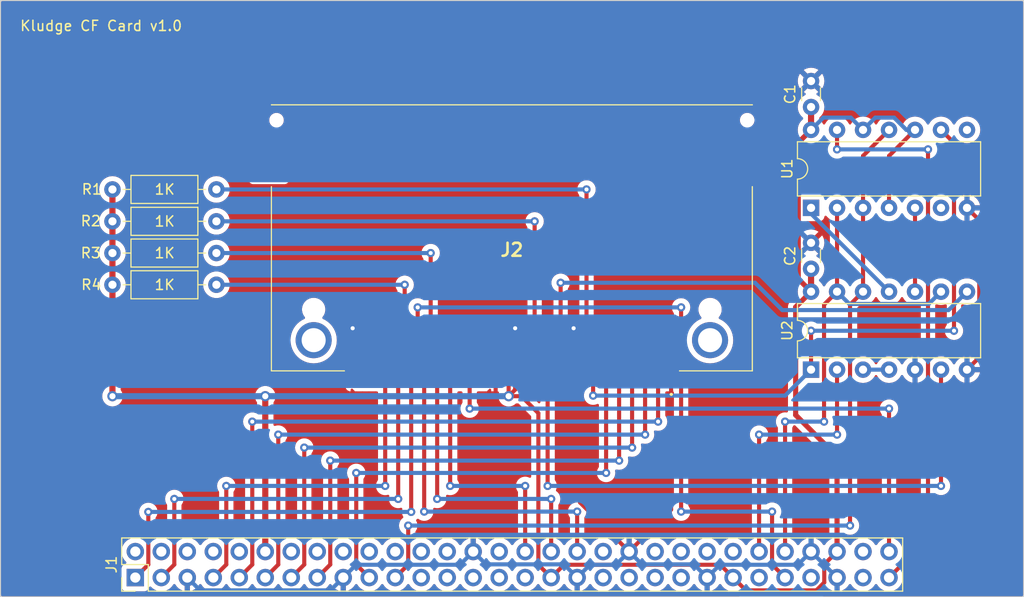
<source format=kicad_pcb>
(kicad_pcb (version 20240108) (generator "pcbnew") (generator_version "8.0")
  (layers (0 "F.Cu" signal) (31 "B.Cu" signal) (34 "B.Paste" user) (35 "F.Paste" user) (36 "B.SilkS" user "B.Silkscreen") (37 "F.SilkS" user "F.Silkscreen") (38 "B.Mask" user) (39 "F.Mask" user) (44 "Edge.Cuts" user))
  (net 0 "")
  (net 1 "/D5")
  (net 5 "/D7")
  (net 8 "/D1")
  (net 12 "IO_EN")
  (net 13 "/D2")
  (net 14 "HDD ACTIVITY")
  (net 17 "/D0")
  (net 18 "/D4")
  (net 20 "GND")
  (net 21 "VCC")
  (net 23 "/D6")
  (net 24 "RESET")
  (net 26 "WR")
  (net 27 "RD")
  (net 29 "SYSCLK")
  (net 43 "Net-(J2-Pin_32)")
  (net 45 "Net-(J2-Pin_36)")
  (net 50 "Net-(J2-Pin_44)")
  (net 51 "Net-(J2-Pin_46)")
  (net 55 "CF_WR")
  (net 56 "CF_RD")
  (net 57 "Net-(U1A-~{R})")
  (net 58 "Net-(U1A-Q)")
  (net 61 "Net-(U2-Pad3)")
  (net 64 "/D3")
  (net 68 "/A1")
  (net 69 "/A0")
  (net 70 "/A2")
  (net 71 "CF_SEL")
  (footprint "Z80 Parts:C_Disc_D3.0mm_W1.6mm_P2.54mm" (layer "F.Cu") (at 172.045 91.34 90)
    (property "Reference" "C1" (at 1.25 -2.05 90) (layer "F.SilkS"))
    (property "Value" "100 nF")
    (fp_line (start 0.621 -0.92) (end 1.879 -0.92) (stroke (width 0.12)) (layer "F.SilkS"))
    (fp_line (start 0.621 0.92) (end 1.879 0.92) (stroke (width 0.12)) (layer "F.SilkS"))
    (pad "1" thru_hole circle (at 0 0 90) (size 1.6 1.6) (drill 0.8) (layers "*.Cu" "*.Mask") (net 21 "VCC"))
    (pad "2" thru_hole circle (at 2.54 0 90) (size 1.6 1.6) (drill 0.8) (layers "*.Cu" "*.Mask") (net 20 "GND"))
  )
  (footprint "Resistor_THT:R_Axial_DIN0207_L6.3mm_D2.5mm_P10.16mm_Horizontal" (layer "F.Cu") (at 103.77 108.71)
    (property "Reference" "R4" (at -2.07 0 0) (layer "F.SilkS"))
    (property "Value" "1K")
    (fp_line (start 1.04 0) (end 1.81 0) (stroke (width 0.12)) (layer "F.SilkS"))
    (fp_line (start 1.81 -1.37) (end 1.81 1.37) (stroke (width 0.12)) (layer "F.SilkS"))
    (fp_line (start 1.81 1.37) (end 8.35 1.37) (stroke (width 0.12)) (layer "F.SilkS"))
    (fp_line (start 8.35 -1.37) (end 1.81 -1.37) (stroke (width 0.12)) (layer "F.SilkS"))
    (fp_line (start 8.35 1.37) (end 8.35 -1.37) (stroke (width 0.12)) (layer "F.SilkS"))
    (fp_line (start 9.12 0) (end 8.35 0) (stroke (width 0.12)) (layer "F.SilkS"))
    (pad "1" thru_hole circle (at 0 0) (size 1.6 1.6) (drill 0.8) (layers "*.Cu" "*.Mask") (net 21 "VCC"))
    (pad "2" thru_hole oval (at 10.16 0) (size 1.6 1.6) (drill 0.8) (layers "*.Cu" "*.Mask") (net 51 "Net-(J2-Pin_46)"))
  )
  (footprint "Resistor_THT:R_Axial_DIN0207_L6.3mm_D2.5mm_P10.16mm_Horizontal" (layer "F.Cu") (at 103.77 105.61)
    (property "Reference" "R3" (at -2.12 0 0) (layer "F.SilkS"))
    (property "Value" "1K")
    (fp_line (start 1.04 0) (end 1.81 0) (stroke (width 0.12)) (layer "F.SilkS"))
    (fp_line (start 1.81 -1.37) (end 1.81 1.37) (stroke (width 0.12)) (layer "F.SilkS"))
    (fp_line (start 1.81 1.37) (end 8.35 1.37) (stroke (width 0.12)) (layer "F.SilkS"))
    (fp_line (start 8.35 -1.37) (end 1.81 -1.37) (stroke (width 0.12)) (layer "F.SilkS"))
    (fp_line (start 8.35 1.37) (end 8.35 -1.37) (stroke (width 0.12)) (layer "F.SilkS"))
    (fp_line (start 9.12 0) (end 8.35 0) (stroke (width 0.12)) (layer "F.SilkS"))
    (pad "1" thru_hole circle (at 0 0) (size 1.6 1.6) (drill 0.8) (layers "*.Cu" "*.Mask") (net 21 "VCC"))
    (pad "2" thru_hole oval (at 10.16 0) (size 1.6 1.6) (drill 0.8) (layers "*.Cu" "*.Mask") (net 50 "Net-(J2-Pin_44)"))
  )
  (footprint "Resistor_THT:R_Axial_DIN0207_L6.3mm_D2.5mm_P10.16mm_Horizontal" (layer "F.Cu") (at 103.77 99.393375)
    (property "Reference" "R1" (at -2.02 -0.008375 0) (layer "F.SilkS"))
    (property "Value" "1K")
    (fp_line (start 1.04 0) (end 1.81 0) (stroke (width 0.12)) (layer "F.SilkS"))
    (fp_line (start 1.81 -1.37) (end 1.81 1.37) (stroke (width 0.12)) (layer "F.SilkS"))
    (fp_line (start 1.81 1.37) (end 8.35 1.37) (stroke (width 0.12)) (layer "F.SilkS"))
    (fp_line (start 8.35 -1.37) (end 1.81 -1.37) (stroke (width 0.12)) (layer "F.SilkS"))
    (fp_line (start 8.35 1.37) (end 8.35 -1.37) (stroke (width 0.12)) (layer "F.SilkS"))
    (fp_line (start 9.12 0) (end 8.35 0) (stroke (width 0.12)) (layer "F.SilkS"))
    (pad "1" thru_hole circle (at 0 0) (size 1.6 1.6) (drill 0.8) (layers "*.Cu" "*.Mask") (net 21 "VCC"))
    (pad "2" thru_hole oval (at 10.16 0) (size 1.6 1.6) (drill 0.8) (layers "*.Cu" "*.Mask") (net 43 "Net-(J2-Pin_32)"))
  )
  (footprint "Z80 Parts:C_Disc_D3.0mm_W1.6mm_P2.54mm" (layer "F.Cu") (at 172.045 107.15 90)
    (property "Reference" "C2" (at 1.25 -2.05 90) (layer "F.SilkS"))
    (property "Value" "100 nF")
    (fp_line (start 0.621 -0.92) (end 1.879 -0.92) (stroke (width 0.12)) (layer "F.SilkS"))
    (fp_line (start 0.621 0.92) (end 1.879 0.92) (stroke (width 0.12)) (layer "F.SilkS"))
    (pad "1" thru_hole circle (at 0 0 90) (size 1.6 1.6) (drill 0.8) (layers "*.Cu" "*.Mask") (net 21 "VCC"))
    (pad "2" thru_hole circle (at 2.54 0 90) (size 1.6 1.6) (drill 0.8) (layers "*.Cu" "*.Mask") (net 20 "GND"))
  )
  (footprint "Connector_PinHeader_2.54mm:PinHeader_2x30_P2.54mm_Vertical" (layer "F.Cu") (at 106.005 137.325 90)
    (property "Reference" "J1" (at 1.27 -2.33 90) (layer "F.SilkS"))
    (property "Value" "Bus")
    (fp_line (start 3.87 -1.33) (end 3.87 74.99) (stroke (width 0.12)) (layer "F.SilkS"))
    (fp_line (start 1.27 -1.33) (end 3.87 -1.33) (stroke (width 0.12)) (layer "F.SilkS"))
    (fp_line (start -1.33 -1.33) (end 0 -1.33) (stroke (width 0.12)) (layer "F.SilkS"))
    (fp_line (start -1.33 0) (end -1.33 -1.33) (stroke (width 0.12)) (layer "F.SilkS"))
    (fp_line (start 1.27 1.27) (end 1.27 -1.33) (stroke (width 0.12)) (layer "F.SilkS"))
    (fp_line (start -1.33 1.27) (end 1.27 1.27) (stroke (width 0.12)) (layer "F.SilkS"))
    (fp_line (start -1.33 1.27) (end -1.33 74.99) (stroke (width 0.12)) (layer "F.SilkS"))
    (fp_line (start -1.33 74.99) (end 3.87 74.99) (stroke (width 0.12)) (layer "F.SilkS"))
    (pad "1" thru_hole rect (at 0 0 90) (size 1.7 1.7) (drill 1) (layers "*.Cu" "*.Mask") (net 17 "/D0"))
    (pad "2" thru_hole oval (at 2.54 0 90) (size 1.7 1.7) (drill 1) (layers "*.Cu" "*.Mask"))
    (pad "3" thru_hole oval (at 0 2.54 90) (size 1.7 1.7) (drill 1) (layers "*.Cu" "*.Mask") (net 8 "/D1"))
    (pad "4" thru_hole oval (at 2.54 2.54 90) (size 1.7 1.7) (drill 1) (layers "*.Cu" "*.Mask"))
    (pad "5" thru_hole oval (at 0 5.08 90) (size 1.7 1.7) (drill 1) (layers "*.Cu" "*.Mask") (net 20 "GND"))
    (pad "6" thru_hole oval (at 2.54 5.08 90) (size 1.7 1.7) (drill 1) (layers "*.Cu" "*.Mask"))
    (pad "7" thru_hole oval (at 0 7.62 90) (size 1.7 1.7) (drill 1) (layers "*.Cu" "*.Mask") (net 13 "/D2"))
    (pad "8" thru_hole oval (at 2.54 7.62 90) (size 1.7 1.7) (drill 1) (layers "*.Cu" "*.Mask"))
    (pad "9" thru_hole oval (at 0 10.16 90) (size 1.7 1.7) (drill 1) (layers "*.Cu" "*.Mask") (net 64 "/D3"))
    (pad "10" thru_hole oval (at 2.54 10.16 90) (size 1.7 1.7) (drill 1) (layers "*.Cu" "*.Mask"))
    (pad "11" thru_hole oval (at 0 12.7 90) (size 1.7 1.7) (drill 1) (layers "*.Cu" "*.Mask") (net 18 "/D4"))
    (pad "12" thru_hole oval (at 2.54 12.7 90) (size 1.7 1.7) (drill 1) (layers "*.Cu" "*.Mask") (net 21 "VCC"))
    (pad "13" thru_hole oval (at 0 15.24 90) (size 1.7 1.7) (drill 1) (layers "*.Cu" "*.Mask") (net 1 "/D5"))
    (pad "14" thru_hole oval (at 2.54 15.24 90) (size 1.7 1.7) (drill 1) (layers "*.Cu" "*.Mask"))
    (pad "15" thru_hole oval (at 0 17.78 90) (size 1.7 1.7) (drill 1) (layers "*.Cu" "*.Mask") (net 23 "/D6"))
    (pad "16" thru_hole oval (at 2.54 17.78 90) (size 1.7 1.7) (drill 1) (layers "*.Cu" "*.Mask"))
    (pad "17" thru_hole oval (at 0 20.32 90) (size 1.7 1.7) (drill 1) (layers "*.Cu" "*.Mask") (net 20 "GND"))
    (pad "18" thru_hole oval (at 2.54 20.32 90) (size 1.7 1.7) (drill 1) (layers "*.Cu" "*.Mask"))
    (pad "19" thru_hole oval (at 0 22.86 90) (size 1.7 1.7) (drill 1) (layers "*.Cu" "*.Mask") (net 5 "/D7"))
    (pad "20" thru_hole oval (at 2.54 22.86 90) (size 1.7 1.7) (drill 1) (layers "*.Cu" "*.Mask"))
    (pad "21" thru_hole oval (at 0 25.4 90) (size 1.7 1.7) (drill 1) (layers "*.Cu" "*.Mask") (net 29 "SYSCLK"))
    (pad "22" thru_hole oval (at 2.54 25.4 90) (size 1.7 1.7) (drill 1) (layers "*.Cu" "*.Mask"))
    (pad "23" thru_hole oval (at 0 27.94 90) (size 1.7 1.7) (drill 1) (layers "*.Cu" "*.Mask"))
    (pad "24" thru_hole oval (at 2.54 27.94 90) (size 1.7 1.7) (drill 1) (layers "*.Cu" "*.Mask"))
    (pad "25" thru_hole oval (at 0 30.48 90) (size 1.7 1.7) (drill 1) (layers "*.Cu" "*.Mask"))
    (pad "26" thru_hole oval (at 2.54 30.48 90) (size 1.7 1.7) (drill 1) (layers "*.Cu" "*.Mask"))
    (pad "27" thru_hole oval (at 0 33.02 90) (size 1.7 1.7) (drill 1) (layers "*.Cu" "*.Mask"))
    (pad "28" thru_hole oval (at 2.54 33.02 90) (size 1.7 1.7) (drill 1) (layers "*.Cu" "*.Mask") (net 20 "GND"))
    (pad "29" thru_hole oval (at 0 35.56 90) (size 1.7 1.7) (drill 1) (layers "*.Cu" "*.Mask"))
    (pad "30" thru_hole oval (at 2.54 35.56 90) (size 1.7 1.7) (drill 1) (layers "*.Cu" "*.Mask"))
    (pad "31" thru_hole oval (at 0 38.1 90) (size 1.7 1.7) (drill 1) (layers "*.Cu" "*.Mask"))
    (pad "32" thru_hole oval (at 2.54 38.1 90) (size 1.7 1.7) (drill 1) (layers "*.Cu" "*.Mask") (net 70 "/A2"))
    (pad "33" thru_hole oval (at 0 40.64 90) (size 1.7 1.7) (drill 1) (layers "*.Cu" "*.Mask") (net 21 "VCC"))
    (pad "34" thru_hole oval (at 2.54 40.64 90) (size 1.7 1.7) (drill 1) (layers "*.Cu" "*.Mask") (net 68 "/A1"))
    (pad "35" thru_hole oval (at 0 43.18 90) (size 1.7 1.7) (drill 1) (layers "*.Cu" "*.Mask") (net 20 "GND"))
    (pad "36" thru_hole oval (at 2.54 43.18 90) (size 1.7 1.7) (drill 1) (layers "*.Cu" "*.Mask") (net 69 "/A0"))
    (pad "37" thru_hole oval (at 0 45.72 90) (size 1.7 1.7) (drill 1) (layers "*.Cu" "*.Mask"))
    (pad "38" thru_hole oval (at 2.54 45.72 90) (size 1.7 1.7) (drill 1) (layers "*.Cu" "*.Mask"))
    (pad "39" thru_hole oval (at 0 48.26 90) (size 1.7 1.7) (drill 1) (layers "*.Cu" "*.Mask"))
    (pad "40" thru_hole oval (at 2.54 48.26 90) (size 1.7 1.7) (drill 1) (layers "*.Cu" "*.Mask") (net 20 "GND"))
    (pad "41" thru_hole oval (at 0 50.8 90) (size 1.7 1.7) (drill 1) (layers "*.Cu" "*.Mask"))
    (pad "42" thru_hole oval (at 2.54 50.8 90) (size 1.7 1.7) (drill 1) (layers "*.Cu" "*.Mask"))
    (pad "43" thru_hole oval (at 0 53.34 90) (size 1.7 1.7) (drill 1) (layers "*.Cu" "*.Mask"))
    (pad "44" thru_hole oval (at 2.54 53.34 90) (size 1.7 1.7) (drill 1) (layers "*.Cu" "*.Mask"))
    (pad "45" thru_hole oval (at 0 55.88 90) (size 1.7 1.7) (drill 1) (layers "*.Cu" "*.Mask") (net 20 "GND"))
    (pad "46" thru_hole oval (at 2.54 55.88 90) (size 1.7 1.7) (drill 1) (layers "*.Cu" "*.Mask"))
    (pad "47" thru_hole oval (at 0 58.42 90) (size 1.7 1.7) (drill 1) (layers "*.Cu" "*.Mask") (net 21 "VCC"))
    (pad "48" thru_hole oval (at 2.54 58.42 90) (size 1.7 1.7) (drill 1) (layers "*.Cu" "*.Mask"))
    (pad "49" thru_hole oval (at 0 60.96 90) (size 1.7 1.7) (drill 1) (layers "*.Cu" "*.Mask"))
    (pad "50" thru_hole oval (at 2.54 60.96 90) (size 1.7 1.7) (drill 1) (layers "*.Cu" "*.Mask") (net 26 "WR"))
    (pad "51" thru_hole oval (at 0 63.5 90) (size 1.7 1.7) (drill 1) (layers "*.Cu" "*.Mask") (net 14 "HDD ACTIVITY"))
    (pad "52" thru_hole oval (at 2.54 63.5 90) (size 1.7 1.7) (drill 1) (layers "*.Cu" "*.Mask") (net 27 "RD"))
    (pad "53" thru_hole oval (at 0 66.04 90) (size 1.7 1.7) (drill 1) (layers "*.Cu" "*.Mask"))
    (pad "54" thru_hole oval (at 2.54 66.04 90) (size 1.7 1.7) (drill 1) (layers "*.Cu" "*.Mask") (net 20 "GND"))
    (pad "55" thru_hole oval (at 0 68.58 90) (size 1.7 1.7) (drill 1) (layers "*.Cu" "*.Mask") (net 20 "GND"))
    (pad "56" thru_hole oval (at 2.54 68.58 90) (size 1.7 1.7) (drill 1) (layers "*.Cu" "*.Mask") (net 21 "VCC"))
    (pad "57" thru_hole oval (at 0 71.12 90) (size 1.7 1.7) (drill 1) (layers "*.Cu" "*.Mask"))
    (pad "58" thru_hole oval (at 2.54 71.12 90) (size 1.7 1.7) (drill 1) (layers "*.Cu" "*.Mask"))
    (pad "59" thru_hole oval (at 0 73.66 90) (size 1.7 1.7) (drill 1) (layers "*.Cu" "*.Mask") (net 12 "IO_EN"))
    (pad "60" thru_hole oval (at 2.54 73.66 90) (size 1.7 1.7) (drill 1) (layers "*.Cu" "*.Mask") (net 24 "RESET"))
  )
  (footprint "Z80 Parts:N7E50Q516RB40" (layer "F.Cu") (at 142.805 114.125 180)
    (property "Reference" "J2" (at 0 8.825 0) (layer "F.SilkS") (effects (font (size 1.27 1.27) (thickness 0.254))))
    (property "Value" "CF_Flash_Socket" (hide yes))
    (fp_line (start 23.5 23) (end 23.5 23) (stroke (width 0.1)) (layer "F.SilkS"))
    (fp_line (start 23.5 23) (end -23.5 23) (stroke (width 0.1)) (layer "F.SilkS"))
    (fp_line (start 23.5 15) (end 23.5 15) (stroke (width 0.1)) (layer "F.SilkS"))
    (fp_line (start 23.5 15) (end 23.5 -3) (stroke (width 0.1)) (layer "F.SilkS"))
    (fp_line (start 23.5 -3) (end 23.5 15) (stroke (width 0.1)) (layer "F.SilkS"))
    (fp_line (start 23.5 -3) (end 23.5 -3) (stroke (width 0.1)) (layer "F.SilkS"))
    (fp_line (start 23.5 -3) (end 23.5 -3) (stroke (width 0.1)) (layer "F.SilkS"))
    (fp_line (start 23.5 -3) (end 16.37 -3) (stroke (width 0.1)) (layer "F.SilkS"))
    (fp_line (start 16.37 -3) (end 23.5 -3) (stroke (width 0.1)) (layer "F.SilkS"))
    (fp_line (start 16.37 -3) (end 16.37 -3) (stroke (width 0.1)) (layer "F.SilkS"))
    (fp_line (start -15.53 -5.3) (end -15.53 -5.3) (stroke (width 0.2)) (layer "F.SilkS"))
    (fp_line (start -15.63 -5.3) (end -15.63 -5.3) (stroke (width 0.2)) (layer "F.SilkS"))
    (fp_line (start -15.63 -5.3) (end -15.63 -5.3) (stroke (width 0.2)) (layer "F.SilkS"))
    (fp_line (start -16.38 -3) (end -16.38 -3) (stroke (width 0.1)) (layer "F.SilkS"))
    (fp_line (start -16.38 -3) (end -23.5 -3) (stroke (width 0.1)) (layer "F.SilkS"))
    (fp_line (start -23.5 23) (end 23.5 23) (stroke (width 0.1)) (layer "F.SilkS"))
    (fp_line (start -23.5 23) (end -23.5 23) (stroke (width 0.1)) (layer "F.SilkS"))
    (fp_line (start -23.5 15) (end -23.5 15) (stroke (width 0.1)) (layer "F.SilkS"))
    (fp_line (start -23.5 15) (end -23.5 -3) (stroke (width 0.1)) (layer "F.SilkS"))
    (fp_line (start -23.5 -3) (end -16.38 -3) (stroke (width 0.1)) (layer "F.SilkS"))
    (fp_line (start -23.5 -3) (end -23.5 15) (stroke (width 0.1)) (layer "F.SilkS"))
    (fp_line (start -23.5 -3) (end -23.5 -3) (stroke (width 0.1)) (layer "F.SilkS"))
    (fp_line (start -23.5 -3) (end -23.5 -3) (stroke (width 0.1)) (layer "F.SilkS"))
    (fp_arc (start -15.53 -5.3) (mid -15.58 -5.25) (end -15.63 -5.3) (stroke (width 0.2)) (layer "F.SilkS"))
    (fp_arc (start -15.53 -5.3) (mid -15.58 -5.25) (end -15.63 -5.3) (stroke (width 0.2)) (layer "F.SilkS"))
    (fp_arc (start -15.63 -5.3) (mid -15.58 -5.35) (end -15.53 -5.3) (stroke (width 0.2)) (layer "F.SilkS"))
    (pad "" np_thru_hole circle (at -23 21.5 180) (size 0.93 0.93) (drill 0.93) (layers "*.Cu" "*.Mask"))
    (pad "" np_thru_hole circle (at -19.37 3 180) (size 1.78 1.78) (drill 1.78) (layers "*.Cu" "*.Mask"))
    (pad "" np_thru_hole circle (at 19.37 3 180) (size 1.78 1.78) (drill 1.78) (layers "*.Cu" "*.Mask"))
    (pad "" np_thru_hole circle (at 23 21.5 180) (size 0.93 0.93) (drill 0.93) (layers "*.Cu" "*.Mask"))
    (pad "1" smd rect (at -15.56 -2.75 180) (size 0.4 3.5) (layers "F.Cu" "F.Paste" "F.Mask") (net 20 "GND"))
    (pad "2" smd rect (at -14.29 -2.75 180) (size 0.4 3.5) (layers "F.Cu" "F.Paste" "F.Mask") (net 64 "/D3"))
    (pad "3" smd rect (at -13.02 -2.75 180) (size 0.4 3.5) (layers "F.Cu" "F.Paste" "F.Mask") (net 18 "/D4"))
    (pad "4" smd rect (at -11.75 -2.75 180) (size 0.4 3.5) (layers "F.Cu" "F.Paste" "F.Mask") (net 1 "/D5"))
    (pad "5" smd rect (at -10.48 -2.75 180) (size 0.4 3.5) (layers "F.Cu" "F.Paste" "F.Mask") (net 23 "/D6"))
    (pad "6" smd rect (at -9.21 -2.75 180) (size 0.4 3.5) (layers "F.Cu" "F.Paste" "F.Mask") (net 5 "/D7"))
    (pad "7" smd rect (at -7.94 -2.75 180) (size 0.4 3.5) (layers "F.Cu" "F.Paste" "F.Mask") (net 71 "CF_SEL"))
    (pad "8" smd rect (at -6.67 -2.75 180) (size 0.4 3.5) (layers "F.Cu" "F.Paste" "F.Mask") (net 20 "GND"))
    (pad "9" smd rect (at -5.4 -2.75 180) (size 0.4 3.5) (layers "F.Cu" "F.Paste" "F.Mask") (net 20 "GND"))
    (pad "10" smd rect (at -4.13 -2.75 180) (size 0.4 3.5) (layers "F.Cu" "F.Paste" "F.Mask") (net 20 "GND"))
    (pad "11" smd rect (at -2.86 -2.75 180) (size 0.4 3.5) (layers "F.Cu" "F.Paste" "F.Mask") (net 20 "GND"))
    (pad "12" smd rect (at -1.59 -2.75 180) (size 0.4 3.5) (layers "F.Cu" "F.Paste" "F.Mask") (net 20 "GND"))
    (pad "13" smd rect (at -0.32 -2.75 180) (size 0.4 3.5) (layers "F.Cu" "F.Paste" "F.Mask") (net 21 "VCC"))
    (pad "14" smd rect (at 0.95 -2.75 180) (size 0.4 3.5) (layers "F.Cu" "F.Paste" "F.Mask") (net 20 "GND"))
    (pad "15" smd rect (at 2.22 -2.75 180) (size 0.4 3.5) (layers "F.Cu" "F.Paste" "F.Mask") (net 20 "GND"))
    (pad "16" smd rect (at 3.49 -2.75 180) (size 0.4 3.5) (layers "F.Cu" "F.Paste" "F.Mask") (net 20 "GND"))
    (pad "17" smd rect (at 4.76 -2.75 180) (size 0.4 3.5) (layers "F.Cu" "F.Paste" "F.Mask") (net 20 "GND"))
    (pad "18" smd rect (at 6.03 -2.75 180) (size 0.4 3.5) (layers "F.Cu" "F.Paste" "F.Mask") (net 70 "/A2"))
    (pad "19" smd rect (at 7.3 -2.75 180) (size 0.4 3.5) (layers "F.Cu" "F.Paste" "F.Mask") (net 68 "/A1"))
    (pad "20" smd rect (at 8.57 -2.75 180) (size 0.4 3.5) (layers "F.Cu" "F.Paste" "F.Mask") (net 69 "/A0"))
    (pad "21" smd rect (at 9.84 -2.75 180) (size 0.4 3.5) (layers "F.Cu" "F.Paste" "F.Mask") (net 17 "/D0"))
    (pad "22" smd rect (at 11.11 -2.75 180) (size 0.4 3.5) (layers "F.Cu" "F.Paste" "F.Mask") (net 8 "/D1"))
    (pad "23" smd rect (at 12.38 -2.75 180) (size 0.4 3.5) (layers "F.Cu" "F.Paste" "F.Mask") (net 13 "/D2"))
    (pad "24" smd rect (at 13.65 -2.75 180) (size 0.4 3.5) (layers "F.Cu" "F.Paste" "F.Mask"))
    (pad "25" smd rect (at 14.92 -2.75 180) (size 0.4 3.5) (layers "F.Cu" "F.Paste" "F.Mask"))
    (pad "26" smd rect (at -14.925 -2.75 180) (size 0.4 3.5) (layers "F.Cu" "F.Paste" "F.Mask"))
    (pad "27" smd rect (at -13.655 -2.75 180) (size 0.4 3.5) (layers "F.Cu" "F.Paste" "F.Mask"))
    (pad "28" smd rect (at -12.385 -2.75 180) (size 0.4 3.5) (layers "F.Cu" "F.Paste" "F.Mask"))
    (pad "29" smd rect (at -11.115 -2.75 180) (size 0.4 3.5) (layers "F.Cu" "F.Paste" "F.Mask"))
    (pad "30" smd rect (at -9.845 -2.75 180) (size 0.4 3.5) (layers "F.Cu" "F.Paste" "F.Mask"))
    (pad "31" smd rect (at -8.575 -2.75 180) (size 0.4 3.5) (layers "F.Cu" "F.Paste" "F.Mask"))
    (pad "32" smd rect (at -7.305 -2.75 180) (size 0.4 3.5) (layers "F.Cu" "F.Paste" "F.Mask") (net 43 "Net-(J2-Pin_32)"))
    (pad "33" smd rect (at -6.035 -2.75 180) (size 0.4 3.5) (layers "F.Cu" "F.Paste" "F.Mask"))
    (pad "34" smd rect (at -4.765 -2.75 180) (size 0.4 3.5) (layers "F.Cu" "F.Paste" "F.Mask") (net 56 "CF_RD"))
    (pad "35" smd rect (at -3.495 -2.75 180) (size 0.4 3.5) (layers "F.Cu" "F.Paste" "F.Mask") (net 55 "CF_WR"))
    (pad "36" smd rect (at -2.225 -2.75 180) (size 0.4 3.5) (layers "F.Cu" "F.Paste" "F.Mask") (net 45 "Net-(J2-Pin_36)"))
    (pad "37" smd rect (at -0.955 -2.75 180) (size 0.4 3.5) (layers "F.Cu" "F.Paste" "F.Mask"))
    (pad "38" smd rect (at 0.315 -2.75 180) (size 0.4 3.5) (layers "F.Cu" "F.Paste" "F.Mask") (net 21 "VCC"))
    (pad "39" smd rect (at 1.585 -2.75 180) (size 0.4 3.5) (layers "F.Cu" "F.Paste" "F.Mask") (net 20 "GND"))
    (pad "40" smd rect (at 2.855 -2.75 180) (size 0.4 3.5) (layers "F.Cu" "F.Paste" "F.Mask"))
    (pad "41" smd rect (at 4.125 -2.75 180) (size 0.4 3.5) (layers "F.Cu" "F.Paste" "F.Mask") (net 24 "RESET"))
    (pad "42" smd rect (at 5.395 -2.75 180) (size 0.4 3.5) (layers "F.Cu" "F.Paste" "F.Mask"))
    (pad "43" smd rect (at 6.665 -2.75 180) (size 0.4 3.5) (layers "F.Cu" "F.Paste" "F.Mask"))
    (pad "44" smd rect (at 7.935 -2.75 180) (size 0.4 3.5) (layers "F.Cu" "F.Paste" "F.Mask") (net 50 "Net-(J2-Pin_44)"))
    (pad "45" smd rect (at 9.205 -2.75 180) (size 0.4 3.5) (layers "F.Cu" "F.Paste" "F.Mask") (net 14 "HDD ACTIVITY"))
    (pad "46" smd rect (at 10.475 -2.75 180) (size 0.4 3.5) (layers "F.Cu" "F.Paste" "F.Mask") (net 51 "Net-(J2-Pin_46)"))
    (pad "47" smd rect (at 11.745 -2.75 180) (size 0.4 3.5) (layers "F.Cu" "F.Paste" "F.Mask"))
    (pad "48" smd rect (at 13.015 -2.75 180) (size 0.4 3.5) (layers "F.Cu" "F.Paste" "F.Mask"))
    (pad "49" smd rect (at 14.285 -2.75 180) (size 0.4 3.5) (layers "F.Cu" "F.Paste" "F.Mask"))
    (pad "50" smd rect (at 15.56 -2.75 180) (size 0.4 3.5) (layers "F.Cu" "F.Paste" "F.Mask") (net 20 "GND"))
    (pad "MH1" thru_hole circle (at -19.37 0 180) (size 3.525 3.525) (drill 2.35) (layers "*.Cu" "*.Mask"))
    (pad "MH2" thru_hole circle (at 19.37 0 180) (size 3.525 3.525) (drill 2.35) (layers "*.Cu" "*.Mask"))
    (pad "MP1" smd rect (at -23.75 18 180) (size 3 4.5) (layers "F.Cu" "F.Paste" "F.Mask"))
    (pad "MP2" smd rect (at 23.75 18 180) (size 3 4.5) (layers "F.Cu" "F.Paste" "F.Mask"))
  )
  (footprint "Resistor_THT:R_Axial_DIN0207_L6.3mm_D2.5mm_P10.16mm_Horizontal" (layer "F.Cu") (at 103.77 102.51)
    (property "Reference" "R2" (at -2.12 -0.025 0) (layer "F.SilkS"))
    (property "Value" "1K")
    (fp_line (start 1.04 0) (end 1.81 0) (stroke (width 0.12)) (layer "F.SilkS"))
    (fp_line (start 1.81 -1.37) (end 1.81 1.37) (stroke (width 0.12)) (layer "F.SilkS"))
    (fp_line (start 1.81 1.37) (end 8.35 1.37) (stroke (width 0.12)) (layer "F.SilkS"))
    (fp_line (start 8.35 -1.37) (end 1.81 -1.37) (stroke (width 0.12)) (layer "F.SilkS"))
    (fp_line (start 8.35 1.37) (end 8.35 -1.37) (stroke (width 0.12)) (layer "F.SilkS"))
    (fp_line (start 9.12 0) (end 8.35 0) (stroke (width 0.12)) (layer "F.SilkS"))
    (pad "1" thru_hole circle (at 0 0) (size 1.6 1.6) (drill 0.8) (layers "*.Cu" "*.Mask") (net 21 "VCC"))
    (pad "2" thru_hole oval (at 10.16 0) (size 1.6 1.6) (drill 0.8) (layers "*.Cu" "*.Mask") (net 45 "Net-(J2-Pin_36)"))
  )
  (footprint "Package_DIP:DIP-14_W7.62mm" (layer "F.Cu") (at 172.045 101.195 90)
    (property "Reference" "U1" (at 3.81 -2.33 90) (layer "F.SilkS"))
    (property "Value" "74HCT74")
    (fp_line (start 6.46 -1.33) (end 4.81 -1.33) (stroke (width 0.12)) (layer "F.SilkS"))
    (fp_line (start 2.81 -1.33) (end 1.16 -1.33) (stroke (width 0.12)) (layer "F.SilkS"))
    (fp_line (start 1.16 -1.33) (end 1.16 16.57) (stroke (width 0.12)) (layer "F.SilkS"))
    (fp_line (start 6.46 16.57) (end 6.46 -1.33) (stroke (width 0.12)) (layer "F.SilkS"))
    (fp_line (start 1.16 16.57) (end 6.46 16.57) (stroke (width 0.12)) (layer "F.SilkS"))
    (fp_arc (start 4.81 -1.33) (mid 3.81 -0.33) (end 2.81 -1.33) (stroke (width 0.12)) (layer "F.SilkS"))
    (pad "1" thru_hole rect (at 0 0 90) (size 1.6 1.6) (drill 0.8) (layers "*.Cu" "*.Mask") (net 57 "Net-(U1A-~{R})"))
    (pad "2" thru_hole oval (at 0 2.54 90) (size 1.6 1.6) (drill 0.8) (layers "*.Cu" "*.Mask") (net 27 "RD"))
    (pad "3" thru_hole oval (at 0 5.08 90) (size 1.6 1.6) (drill 0.8) (layers "*.Cu" "*.Mask") (net 29 "SYSCLK"))
    (pad "4" thru_hole oval (at 0 7.62 90) (size 1.6 1.6) (drill 0.8) (layers "*.Cu" "*.Mask") (net 21 "VCC"))
    (pad "5" thru_hole oval (at 0 10.16 90) (size 1.6 1.6) (drill 0.8) (layers "*.Cu" "*.Mask") (net 58 "Net-(U1A-Q)"))
    (pad "6" thru_hole oval (at 0 12.7 90) (size 1.6 1.6) (drill 0.8) (layers "*.Cu" "*.Mask"))
    (pad "7" thru_hole oval (at 0 15.24 90) (size 1.6 1.6) (drill 0.8) (layers "*.Cu" "*.Mask") (net 20 "GND"))
    (pad "8" thru_hole oval (at 7.62 15.24 90) (size 1.6 1.6) (drill 0.8) (layers "*.Cu" "*.Mask"))
    (pad "9" thru_hole oval (at 7.62 12.7 90) (size 1.6 1.6) (drill 0.8) (layers "*.Cu" "*.Mask") (net 71 "CF_SEL"))
    (pad "10" thru_hole oval (at 7.62 10.16 90) (size 1.6 1.6) (drill 0.8) (layers "*.Cu" "*.Mask") (net 21 "VCC"))
    (pad "11" thru_hole oval (at 7.62 7.62 90) (size 1.6 1.6) (drill 0.8) (layers "*.Cu" "*.Mask") (net 29 "SYSCLK"))
    (pad "12" thru_hole oval (at 7.62 5.08 90) (size 1.6 1.6) (drill 0.8) (layers "*.Cu" "*.Mask") (net 21 "VCC"))
    (pad "13" thru_hole oval (at 7.62 2.54 90) (size 1.6 1.6) (drill 0.8) (layers "*.Cu" "*.Mask") (net 12 "IO_EN"))
    (pad "14" thru_hole oval (at 7.62 0 90) (size 1.6 1.6) (drill 0.8) (layers "*.Cu" "*.Mask") (net 21 "VCC"))
  )
  (footprint "Package_DIP:DIP-14_W7.62mm" (layer "F.Cu") (at 172.045 117.005 90)
    (property "Reference" "U2" (at 3.81 -2.33 90) (layer "F.SilkS"))
    (property "Value" "74HCT32")
    (fp_line (start 6.46 -1.33) (end 4.81 -1.33) (stroke (width 0.12)) (layer "F.SilkS"))
    (fp_line (start 2.81 -1.33) (end 1.16 -1.33) (stroke (width 0.12)) (layer "F.SilkS"))
    (fp_line (start 1.16 -1.33) (end 1.16 16.57) (stroke (width 0.12)) (layer "F.SilkS"))
    (fp_line (start 6.46 16.57) (end 6.46 -1.33) (stroke (width 0.12)) (layer "F.SilkS"))
    (fp_line (start 1.16 16.57) (end 6.46 16.57) (stroke (width 0.12)) (layer "F.SilkS"))
    (fp_arc (start 4.81 -1.33) (mid 3.81 -0.33) (end 2.81 -1.33) (stroke (width 0.12)) (layer "F.SilkS"))
    (pad "1" thru_hole rect (at 0 0 90) (size 1.6 1.6) (drill 0.8) (layers "*.Cu" "*.Mask") (net 71 "CF_SEL"))
    (pad "2" thru_hole oval (at 0 2.54 90) (size 1.6 1.6) (drill 0.8) (layers "*.Cu" "*.Mask") (net 26 "WR"))
    (pad "3" thru_hole oval (at 0 5.08 90) (size 1.6 1.6) (drill 0.8) (layers "*.Cu" "*.Mask") (net 61 "Net-(U2-Pad3)"))
    (pad "4" thru_hole oval (at 0 7.62 90) (size 1.6 1.6) (drill 0.8) (layers "*.Cu" "*.Mask") (net 61 "Net-(U2-Pad3)"))
    (pad "5" thru_hole oval (at 0 10.16 90) (size 1.6 1.6) (drill 0.8) (layers "*.Cu" "*.Mask") (net 20 "GND"))
    (pad "6" thru_hole oval (at 0 12.7 90) (size 1.6 1.6) (drill 0.8) (layers "*.Cu" "*.Mask") (net 55 "CF_WR"))
    (pad "7" thru_hole oval (at 0 15.24 90) (size 1.6 1.6) (drill 0.8) (layers "*.Cu" "*.Mask") (net 20 "GND"))
    (pad "8" thru_hole oval (at 7.62 15.24 90) (size 1.6 1.6) (drill 0.8) (layers "*.Cu" "*.Mask") (net 56 "CF_RD"))
    (pad "9" thru_hole oval (at 7.62 12.7 90) (size 1.6 1.6) (drill 0.8) (layers "*.Cu" "*.Mask") (net 27 "RD"))
    (pad "10" thru_hole oval (at 7.62 10.16 90) (size 1.6 1.6) (drill 0.8) (layers "*.Cu" "*.Mask") (net 58 "Net-(U1A-Q)"))
    (pad "11" thru_hole oval (at 7.62 7.62 90) (size 1.6 1.6) (drill 0.8) (layers "*.Cu" "*.Mask") (net 57 "Net-(U1A-~{R})"))
    (pad "12" thru_hole oval (at 7.62 5.08 90) (size 1.6 1.6) (drill 0.8) (layers "*.Cu" "*.Mask") (net 29 "SYSCLK"))
    (pad "13" thru_hole oval (at 7.62 2.54 90) (size 1.6 1.6) (drill 0.8) (layers "*.Cu" "*.Mask") (net 27 "RD"))
    (pad "14" thru_hole oval (at 7.62 0 90) (size 1.6 1.6) (drill 0.8) (layers "*.Cu" "*.Mask") (net 21 "VCC"))
  )
  (gr_line (start 92.83 80.93) (end 192.83 80.93) (stroke (width 0.1)) (layer "Edge.Cuts"))
  (gr_line (start 92.83 80.93) (end 92.83 139.21) (stroke (width 0.1)) (layer "Edge.Cuts"))
  (gr_line (start 192.83 139.21) (end 192.83 80.93) (stroke (width 0.1)) (layer "Edge.Cuts"))
  (gr_line (start 92.83 139.21) (end 192.83 139.21) (stroke (width 0.1)) (layer "Edge.Cuts"))
  (gr_text "Kludge CF Card v1.0" (at 94.66 83.99 0) (layer "F.SilkS") (effects (font (size 1 1)) (justify left bottom)))
  (gr_text "1K" (at 107.8 106.2 0) (layer "F.SilkS") (effects (font (size 1 1)) (justify left bottom)))
  (gr_text "1K" (at 107.8 99.975 0) (layer "F.SilkS") (effects (font (size 1 1)) (justify left bottom)))
  (gr_text "1K" (at 107.8 109.3 0) (layer "F.SilkS") (effects (font (size 1 1)) (justify left bottom)))
  (gr_text "1K" (at 107.8 103.1 0) (layer "F.SilkS") (effects (font (size 1 1)) (justify left bottom)))
  (segment (start 122.515 124.625) (end 122.515 136.055) (width 0.4) (layer "F.Cu") (net 1))
  (segment (start 154.555 124.625) (end 154.555 116.875) (width 0.4) (layer "F.Cu") (net 1))
  (segment (start 122.515 136.055) (end 121.245 137.325) (width 0.4) (layer "F.Cu") (net 1))
  (via (at 122.515 124.625) (size 0.8) (drill 0.4) (layers "F.Cu" "B.Cu") (net 1))
  (via (at 154.555 124.625) (size 0.8) (drill 0.4) (layers "F.Cu" "B.Cu") (net 1))
  (segment (start 122.515 124.625) (end 154.555 124.625) (width 0.4) (layer "B.Cu") (net 1))
  (segment (start 127.595 136.055) (end 128.865 137.325) (width 0.4) (layer "F.Cu") (net 5))
  (segment (start 152.015 127.1) (end 152.015 116.875) (width 0.4) (layer "F.Cu") (net 5))
  (segment (start 127.595 127.1) (end 127.595 136.055) (width 0.4) (layer "F.Cu") (net 5))
  (via (at 152.015 127.1) (size 0.8) (drill 0.4) (layers "F.Cu" "B.Cu") (net 5))
  (via (at 127.595 127.1) (size 0.8) (drill 0.4) (layers "F.Cu" "B.Cu") (net 5))
  (segment (start 127.595 127.1) (end 152.015 127.1) (width 0.4) (layer "B.Cu") (net 5))
  (segment (start 131.695 129.64) (end 131.695 116.875) (width 0.4) (layer "F.Cu") (net 8))
  (segment (start 109.815 129.64) (end 109.815 136.055) (width 0.4) (layer "F.Cu") (net 8))
  (segment (start 109.815 136.055) (end 108.545 137.325) (width 0.4) (layer "F.Cu") (net 8))
  (via (at 109.815 129.64) (size 0.8) (drill 0.4) (layers "F.Cu" "B.Cu") (net 8))
  (via (at 131.695 129.64) (size 0.8) (drill 0.4) (layers "F.Cu" "B.Cu") (net 8))
  (segment (start 131.695 129.64) (end 109.815 129.64) (width 0.4) (layer "B.Cu") (net 8))
  (segment (start 183.475 95.48) (end 183.475 133.515) (width 0.4) (layer "F.Cu") (net 12))
  (segment (start 174.585 95.48) (end 174.585 93.575) (width 0.4) (layer "F.Cu") (net 12))
  (segment (start 183.475 133.515) (end 179.665 137.325) (width 0.4) (layer "F.Cu") (net 12))
  (via (at 183.475 95.48) (size 0.8) (drill 0.4) (layers "F.Cu" "B.Cu") (net 12))
  (via (at 174.585 95.48) (size 0.8) (drill 0.4) (layers "F.Cu" "B.Cu") (net 12))
  (segment (start 174.585 95.48) (end 183.475 95.48) (width 0.4) (layer "B.Cu") (net 12))
  (segment (start 114.895 128.37) (end 114.895 136.055) (width 0.4) (layer "F.Cu") (net 13))
  (segment (start 114.895 136.055) (end 113.625 137.325) (width 0.4) (layer "F.Cu") (net 13))
  (segment (start 130.425 128.37) (end 130.425 116.875) (width 0.4) (layer "F.Cu") (net 13))
  (via (at 114.895 128.37) (size 0.8) (drill 0.4) (layers "F.Cu" "B.Cu") (net 13))
  (via (at 130.425 128.37) (size 0.8) (drill 0.4) (layers "F.Cu" "B.Cu") (net 13))
  (segment (start 114.895 128.37) (end 130.425 128.37) (width 0.4) (layer "B.Cu") (net 13))
  (segment (start 133.6 116.875) (end 133.6 110.92) (width 0.4) (layer "F.Cu") (net 14))
  (segment (start 159.345 130.88) (end 159.345 110.92) (width 0.4) (layer "F.Cu") (net 14))
  (segment (start 168.235 136.055) (end 169.505 137.325) (width 0.4) (layer "F.Cu") (net 14))
  (segment (start 168.235 130.88) (end 168.235 136.055) (width 0.4) (layer "F.Cu") (net 14))
  (via (at 133.6 110.92) (size 0.8) (drill 0.4) (layers "F.Cu" "B.Cu") (net 14))
  (via (at 159.345 130.88) (size 0.8) (drill 0.4) (layers "F.Cu" "B.Cu") (net 14))
  (via (at 168.235 130.88) (size 0.8) (drill 0.4) (layers "F.Cu" "B.Cu") (net 14))
  (via (at 159.345 110.92) (size 0.8) (drill 0.4) (layers "F.Cu" "B.Cu") (net 14))
  (segment (start 133.6 110.92) (end 159.345 110.92) (width 0.4) (layer "B.Cu") (net 14))
  (segment (start 159.345 130.88) (end 168.235 130.88) (width 0.4) (layer "B.Cu") (net 14))
  (segment (start 107.275 136.055) (end 106.005 137.325) (width 0.4) (layer "F.Cu") (net 17))
  (segment (start 107.275 130.91) (end 107.275 136.055) (width 0.4) (layer "F.Cu") (net 17))
  (segment (start 132.965 130.91) (end 132.965 116.875) (width 0.4) (layer "F.Cu") (net 17))
  (via (at 132.965 130.91) (size 0.8) (drill 0.4) (layers "F.Cu" "B.Cu") (net 17))
  (via (at 107.275 130.91) (size 0.8) (drill 0.4) (layers "F.Cu" "B.Cu") (net 17))
  (segment (start 107.275 130.91) (end 132.965 130.91) (width 0.4) (layer "B.Cu") (net 17))
  (segment (start 119.975 123.355) (end 119.975 136.055) (width 0.4) (layer "F.Cu") (net 18))
  (segment (start 155.825 123.355) (end 155.825 116.875) (width 0.4) (layer "F.Cu") (net 18))
  (segment (start 119.975 136.055) (end 118.705 137.325) (width 0.4) (layer "F.Cu") (net 18))
  (via (at 119.975 123.355) (size 0.8) (drill 0.4) (layers "F.Cu" "B.Cu") (net 18))
  (via (at 155.825 123.355) (size 0.8) (drill 0.4) (layers "F.Cu" "B.Cu") (net 18))
  (segment (start 119.975 123.355) (end 155.825 123.355) (width 0.4) (layer "B.Cu") (net 18))
  (segment (start 127.245 112.96) (end 127.245 116.875) (width 0.4) (layer "F.Cu") (net 20))
  (segment (start 158.365 130.685) (end 154.265 134.785) (width 0.4) (layer "F.Cu") (net 20))
  (segment (start 145.665 118.99) (end 145.63 119.025) (width 0.4) (layer "F.Cu") (net 20))
  (segment (start 149.475 116.875) (end 149.475 113.595) (width 0.4) (layer "F.Cu") (net 20))
  (segment (start 149.475 118.99) (end 149.44 119.025) (width 0.4) (layer "F.Cu") (net 20))
  (segment (start 148.465 119.025) (end 148.205 118.765) (width 0.4) (layer "F.Cu") (net 20))
  (segment (start 144.395 116.875) (end 144.395 114.725) (width 0.4) (layer "F.Cu") (net 20))
  (segment (start 144.395 114.725) (end 144.08 114.41) (width 0.4) (layer "F.Cu") (net 20))
  (segment (start 140.235 114.41) (end 140.585 114.76) (width 0.4) (layer "F.Cu") (net 20))
  (segment (start 144.43 119.025) (end 144.395 118.99) (width 0.4) (layer "F.Cu") (net 20))
  (segment (start 149.475 116.875) (end 149.475 118.99) (width 0.4) (layer "F.Cu") (net 20))
  (segment (start 146.925 119.025) (end 146.9 119) (width 0.4) (layer "F.Cu") (net 20))
  (segment (start 146.9 119) (end 146.9 116.91) (width 0.4) (layer "F.Cu") (net 20))
  (segment (start 145.665 116.875) (end 145.665 118.99) (width 0.4) (layer "F.Cu") (net 20))
  (segment (start 188.485 102.395) (end 188.485 115.805) (width 0.4) (layer "F.Cu") (net 20))
  (segment (start 149.44 119.025) (end 148.465 119.025) (width 0.4) (layer "F.Cu") (net 20))
  (segment (start 188.485 115.805) (end 187.285 117.005) (width 0.4) (layer "F.Cu") (net 20))
  (segment (start 143.12 112.965) (end 143.125 112.96) (width 0.4) (layer "F.Cu") (net 20))
  (segment (start 141.22 116.875) (end 141.855 116.875) (width 0.4) (layer "F.Cu") (net 20))
  (segment (start 149.475 113.595) (end 148.84 112.96) (width 0.4) (layer "F.Cu") (net 20))
  (segment (start 148.205 116.875) (end 148.205 118.99) (width 0.4) (layer "F.Cu") (net 20))
  (segment (start 144.08 114.41) (end 143.12 114.41) (width 0.4) (layer "F.Cu") (net 20))
  (segment (start 139.315 114.41) (end 140.235 114.41) (width 0.4) (layer "F.Cu") (net 20))
  (segment (start 148.205 118.765) (end 148.205 116.875) (width 0.4) (layer "F.Cu") (net 20))
  (segment (start 158.365 116.875) (end 158.365 130.685) (width 0.4) (layer "F.Cu") (net 20))
  (segment (start 139.315 116.875) (end 139.315 114.41) (width 0.4) (layer "F.Cu") (net 20))
  (segment (start 138.045 114.76) (end 138.045 116.875) (width 0.4) (layer "F.Cu") (net 20))
  (segment (start 140.585 116.875) (end 141.22 116.875) (width 0.4) (layer "F.Cu") (net 20))
  (segment (start 139.315 114.41) (end 138.395 114.41) (width 0.4) (layer "F.Cu") (net 20))
  (segment (start 145.63 119.025) (end 144.43 119.025) (width 0.4) (layer "F.Cu") (net 20))
  (segment (start 148.205 118.99) (end 148.17 119.025) (width 0.4) (layer "F.Cu") (net 20))
  (segment (start 138.395 114.41) (end 138.045 114.76) (width 0.4) (layer "F.Cu") (net 20))
  (segment (start 148.17 119.025) (end 146.925 119.025) (width 0.4) (layer "F.Cu") (net 20))
  (segment (start 146.935 116.875) (end 146.935 118.99) (width 0.4) (layer "F.Cu") (net 20))
  (segment (start 144.395 118.99) (end 144.395 116.875) (width 0.4) (layer "F.Cu") (net 20))
  (segment (start 140.585 114.76) (end 140.585 116.875) (width 0.4) (layer "F.Cu") (net 20))
  (segment (start 149.475 129.995) (end 154.265 134.785) (width 0.4) (layer "F.Cu") (net 20))
  (segment (start 146.9 116.91) (end 146.935 116.875) (width 0.4) (layer "F.Cu") (net 20))
  (segment (start 149.475 116.875) (end 149.475 129.995) (width 0.4) (layer "F.Cu") (net 20))
  (segment (start 187.285 101.195) (end 188.485 102.395) (width 0.4) (layer "F.Cu") (net 20))
  (segment (start 143.12 114.41) (end 143.12 112.965) (width 0.4) (layer "F.Cu") (net 20))
  (segment (start 143.12 114.41) (end 140.235 114.41) (width 0.4) (layer "F.Cu") (net 20))
  (via (at 148.84 112.96) (size 0.8) (drill 0.4) (layers "F.Cu" "B.Cu") (net 20))
  (via (at 127.245 112.96) (size 0.8) (drill 0.4) (layers "F.Cu" "B.Cu") (net 20))
  (via (at 143.125 112.96) (size 0.8) (drill 0.4) (layers "F.Cu" "B.Cu") (net 20))
  (segment (start 163.135 136.075) (end 170.755 136.075) (width 0.4) (layer "B.Cu") (net 20))
  (segment (start 127.245 112.96) (end 139.315 112.96) (width 0.4) (layer "B.Cu") (net 20))
  (segment (start 148.84 112.96) (end 139.315 112.96) (width 0.4) (layer "B.Cu") (net 20))
  (segment (start 140.275 136.035) (end 147.895 136.035) (width 0.4) (layer "B.Cu") (net 20))
  (segment (start 126.325 137.325) (end 127.575 136.075) (width 0.4) (layer "B.Cu") (net 20))
  (segment (start 154.265 134.785) (end 155.515 136.035) (width 0.4) (layer "B.Cu") (net 20))
  (segment (start 139.025 134.785) (end 140.275 136.035) (width 0.4) (layer "B.Cu") (net 20))
  (segment (start 127.575 136.075) (end 137.735 136.075) (width 0.4) (layer "B.Cu") (net 20))
  (segment (start 155.515 136.035) (end 160.595 136.035) (width 0.4) (layer "B.Cu") (net 20))
  (segment (start 152.975 136.075) (end 154.265 134.785) (width 0.4) (layer "B.Cu") (net 20))
  (segment (start 172.045 134.785) (end 174.585 137.325) (width 0.4) (layer "B.Cu") (net 20))
  (segment (start 170.755 136.075) (end 172.045 134.785) (width 0.4) (layer "B.Cu") (net 20))
  (segment (start 160.595 136.035) (end 161.885 137.325) (width 0.4) (layer "B.Cu") (net 20))
  (segment (start 137.735 136.075) (end 139.025 134.785) (width 0.4) (layer "B.Cu") (net 20))
  (segment (start 161.885 137.325) (end 163.135 136.075) (width 0.4) (layer "B.Cu") (net 20))
  (segment (start 147.895 136.035) (end 149.185 137.325) (width 0.4) (layer "B.Cu") (net 20))
  (segment (start 149.185 137.325) (end 150.435 136.075) (width 0.4) (layer "B.Cu") (net 20))
  (segment (start 150.435 136.075) (end 152.975 136.075) (width 0.4) (layer "B.Cu") (net 20))
  (segment (start 112.335 138.575) (end 125.075 138.575) (width 0.4) (layer "B.Cu") (net 20))
  (segment (start 125.075 138.575) (end 126.325 137.325) (width 0.4) (layer "B.Cu") (net 20))
  (segment (start 111.085 137.325) (end 112.335 138.575) (width 0.4) (layer "B.Cu") (net 20))
  (segment (start 174.585 125.485) (end 174.585 134.785) (width 0.5) (layer "F.Cu") (net 21))
  (segment (start 170.795 108.135) (end 172.045 109.385) (width 0.5) (layer "F.Cu") (net 21))
  (segment (start 118.705 119.6) (end 118.705 134.785) (width 0.6) (layer "F.Cu") (net 21))
  (segment (start 142.49 119.6) (end 142.49 116.875) (width 0.4) (layer "F.Cu") (net 21))
  (segment (start 170.54 121.44) (end 174.585 125.485) (width 0.5) (layer "F.Cu") (net 21))
  (segment (start 179.665 96.115) (end 182.205 93.575) (width 0.4) (layer "F.Cu") (net 21))
  (segment (start 172.045 93.575) (end 172.045 91.34) (width 0.6) (layer "F.Cu") (net 21))
  (segment (start 179.665 101.195) (end 179.665 96.115) (width 0.4) (layer "F.Cu") (net 21))
  (segment (start 143.125 118.965) (end 142.49 119.6) (width 0.4) (layer "F.Cu") (net 21))
  (segment (start 147.895 136.075) (end 146.645 137.325) (width 0.4) (layer "F.Cu") (net 21))
  (segment (start 172.562767 138.575) (end 165.675 138.575) (width 0.4) (layer "F.Cu") (net 21))
  (segment (start 170.795 94.825) (end 170.795 108.135) (width 0.5) (layer "F.Cu") (net 21))
  (segment (start 143.125 116.875) (end 143.125 118.965) (width 0.4) (layer "F.Cu") (net 21))
  (segment (start 142.49 119.6) (end 143.735 119.6) (width 0.4) (layer "F.Cu") (net 21))
  (segment (start 143.735 119.6) (end 145.395 121.26) (width 0.4) (layer "F.Cu") (net 21))
  (segment (start 145.395 136.075) (end 146.645 137.325) (width 0.4) (layer "F.Cu") (net 21))
  (segment (start 165.675 138.575) (end 164.425 137.325) (width 0.4) (layer "F.Cu") (net 21))
  (segment (start 103.77 102.51) (end 103.77 99.393375) (width 0.6) (layer "F.Cu") (net 21))
  (segment (start 103.77 105.61) (end 103.77 102.51) (width 0.6) (layer "F.Cu") (net 21))
  (segment (start 170.54 121.44) (end 170.54 110.89) (width 0.5) (layer "F.Cu") (net 21))
  (segment (start 103.77 108.71) (end 103.77 105.61) (width 0.6) (layer "F.Cu") (net 21))
  (segment (start 164.425 137.325) (end 163.175 136.075) (width 0.4) (layer "F.Cu") (net 21))
  (segment (start 172.045 93.575) (end 170.795 94.825) (width 0.5) (layer "F.Cu") (net 21))
  (segment (start 170.54 110.89) (end 172.045 109.385) (width 0.5) (layer "F.Cu") (net 21))
  (segment (start 173.335 136.035) (end 173.335 137.802767) (width 0.4) (layer "F.Cu") (net 21))
  (segment (start 103.77 119.6) (end 103.77 108.71) (width 0.6) (layer "F.Cu") (net 21))
  (segment (start 143.125 116.875) (end 142.49 116.875) (width 0.4) (layer "F.Cu") (net 21))
  (segment (start 163.175 136.075) (end 147.895 136.075) (width 0.4) (layer "F.Cu") (net 21))
  (segment (start 145.395 121.26) (end 145.395 136.075) (width 0.4) (layer "F.Cu") (net 21))
  (segment (start 173.335 137.802767) (end 172.562767 138.575) (width 0.4) (layer "F.Cu") (net 21))
  (segment (start 172.045 107.15) (end 172.045 109.385) (width 0.6) (layer "F.Cu") (net 21))
  (segment (start 174.585 134.785) (end 173.335 136.035) (width 0.4) (layer "F.Cu") (net 21))
  (via (at 118.705 119.6) (size 1) (drill 0.6) (layers "F.Cu" "B.Cu") (net 21))
  (via (at 142.49 119.6) (size 1) (drill 0.6) (layers "F.Cu" "B.Cu") (net 21))
  (via (at 103.77 119.6) (size 1) (drill 0.6) (layers "F.Cu" "B.Cu") (net 21))
  (segment (start 177.125 93.575) (end 175.925 92.375) (width 0.4) (layer "B.Cu") (net 21))
  (segment (start 182.205 93.575) (end 181.362057 93.575) (width 0.4) (layer "B.Cu") (net 21))
  (segment (start 178.325 92.375) (end 177.125 93.575) (width 0.4) (layer "B.Cu") (net 21))
  (segment (start 181.362057 93.575) (end 180.162057 92.375) (width 0.4) (layer "B.Cu") (net 21))
  (segment (start 175.925 92.375) (end 173.245 92.375) (width 0.4) (layer "B.Cu") (net 21))
  (segment (start 173.245 92.375) (end 172.045 93.575) (width 0.4) (layer "B.Cu") (net 21))
  (segment (start 118.705 119.6) (end 142.49 119.6) (width 0.6) (layer "B.Cu") (net 21))
  (segment (start 118.705 119.6) (end 103.77 119.6) (width 0.6) (layer "B.Cu") (net 21))
  (segment (start 180.162057 92.375) (end 178.325 92.375) (width 0.4) (layer "B.Cu") (net 21))
  (segment (start 125.055 136.055) (end 123.785 137.325) (width 0.4) (layer "F.Cu") (net 23))
  (segment (start 153.285 125.895) (end 153.285 116.875) (width 0.4) (layer "F.Cu") (net 23))
  (segment (start 125.055 125.895) (end 125.055 136.055) (width 0.4) (layer "F.Cu") (net 23))
  (via (at 125.055 125.895) (size 0.8) (drill 0.4) (layers "F.Cu" "B.Cu") (net 23))
  (via (at 153.285 125.895) (size 0.8) (drill 0.4) (layers "F.Cu" "B.Cu") (net 23))
  (segment (start 125.055 125.895) (end 153.285 125.895) (width 0.4) (layer "B.Cu") (net 23))
  (segment (start 138.68 116.875) (end 138.68 120.815) (width 0.4) (layer "F.Cu") (net 24))
  (segment (start 179.665 120.815) (end 179.665 134.785) (width 0.4) (layer "F.Cu") (net 24))
  (via (at 179.665 120.815) (size 0.8) (drill 0.4) (layers "F.Cu" "B.Cu") (net 24))
  (via (at 138.68 120.815) (size 0.8) (drill 0.4) (layers "F.Cu" "B.Cu") (net 24))
  (segment (start 179.665 120.815) (end 138.68 120.815) (width 0.4) (layer "B.Cu") (net 24))
  (segment (start 174.585 123.355) (end 174.585 117.005) (width 0.4) (layer "F.Cu") (net 26))
  (segment (start 166.965 134.785) (end 166.965 123.355) (width 0.4) (layer "F.Cu") (net 26))
  (via (at 174.585 123.355) (size 0.8) (drill 0.4) (layers "F.Cu" "B.Cu") (net 26))
  (via (at 166.965 123.355) (size 0.8) (drill 0.4) (layers "F.Cu" "B.Cu") (net 26))
  (segment (start 166.965 123.355) (end 174.585 123.355) (width 0.4) (layer "B.Cu") (net 26))
  (segment (start 169.505 122.085) (end 169.505 134.785) (width 0.4) (layer "F.Cu") (net 27))
  (segment (start 174.585 101.195) (end 174.585 109.385) (width 0.4) (layer "F.Cu") (net 27))
  (segment (start 173.315 122.085) (end 173.315 110.655) (width 0.4) (layer "F.Cu") (net 27))
  (segment (start 173.315 110.655) (end 174.585 109.385) (width 0.4) (layer "F.Cu") (net 27))
  (via (at 173.315 122.085) (size 0.8) (drill 0.4) (layers "F.Cu" "B.Cu") (net 27))
  (via (at 169.505 122.085) (size 0.8) (drill 0.4) (layers "F.Cu" "B.Cu") (net 27))
  (segment (start 183.545 110.585) (end 175.785 110.585) (width 0.4) (layer "B.Cu") (net 27))
  (segment (start 175.785 110.585) (end 174.585 109.385) (width 0.4) (layer "B.Cu") (net 27))
  (segment (start 173.315 122.085) (end 169.505 122.085) (width 0.4) (layer "B.Cu") (net 27))
  (segment (start 184.745 109.385) (end 183.545 110.585) (width 0.4) (layer "B.Cu") (net 27))
  (segment (start 177.125 109.385) (end 177.125 101.195) (width 0.4) (layer "F.Cu") (net 29))
  (segment (start 132.675 136.055) (end 131.405 137.325) (width 0.4) (layer "F.Cu") (net 29))
  (segment (start 177.125 96.115) (end 179.665 93.575) (width 0.4) (layer "F.Cu") (net 29))
  (segment (start 175.855 132.245) (end 175.855 110.655) (width 0.4) (layer "F.Cu") (net 29))
  (segment (start 132.675 132.245) (end 132.675 136.055) (width 0.4) (layer "F.Cu") (net 29))
  (segment (start 177.125 101.195) (end 177.125 96.115) (width 0.4) (layer "F.Cu") (net 29))
  (segment (start 175.855 110.655) (end 177.125 109.385) (width 0.4) (layer "F.Cu") (net 29))
  (via (at 132.675 132.245) (size 0.8) (drill 0.4) (layers "F.Cu" "B.Cu") (net 29))
  (via (at 175.855 132.245) (size 0.8) (drill 0.4) (layers "F.Cu" "B.Cu") (net 29))
  (segment (start 132.675 132.245) (end 175.855 132.245) (width 0.4) (layer "B.Cu") (net 29))
  (segment (start 150.11 114.06) (end 150.11 116.875) (width 0.4) (layer "F.Cu") (net 43))
  (segment (start 150.1 114.05) (end 150.11 114.06) (width 0.4) (layer "F.Cu") (net 43))
  (segment (start 150.1 99.393375) (end 150.1 114.05) (width 0.4) (layer "F.Cu") (net 43))
  (via (at 150.1 99.393375) (size 0.8) (drill 0.4) (layers "F.Cu" "B.Cu") (net 43))
  (segment (start 150.1 99.393375) (end 113.93 99.393375) (width 0.4) (layer "B.Cu") (net 43))
  (segment (start 145.03 102.51) (end 145.03 116.875) (width 0.4) (layer "F.Cu") (net 45))
  (via (at 145.03 102.51) (size 0.8) (drill 0.4) (layers "F.Cu" "B.Cu") (net 45))
  (segment (start 113.93 102.51) (end 145.03 102.51) (width 0.4) (layer "B.Cu") (net 45))
  (segment (start 134.87 105.61) (end 134.87 116.875) (width 0.4) (layer "F.Cu") (net 50))
  (via (at 134.87 105.61) (size 0.8) (drill 0.4) (layers "F.Cu" "B.Cu") (net 50))
  (segment (start 134.87 105.61) (end 113.93 105.61) (width 0.4) (layer "B.Cu") (net 50))
  (segment (start 132.33 116.875) (end 132.33 108.71) (width 0.4) (layer "F.Cu") (net 51))
  (via (at 132.33 108.71) (size 0.8) (drill 0.4) (layers "F.Cu" "B.Cu") (net 51))
  (segment (start 113.93 108.71) (end 132.33 108.71) (width 0.4) (layer "B.Cu") (net 51))
  (segment (start 184.745 128.37) (end 184.745 117.005) (width 0.4) (layer "F.Cu") (net 55))
  (segment (start 146.3 128.37) (end 146.3 116.875) (width 0.4) (layer "F.Cu") (net 55))
  (via (at 146.3 128.37) (size 0.8) (drill 0.4) (layers "F.Cu" "B.Cu") (net 55))
  (via (at 184.745 128.37) (size 0.8) (drill 0.4) (layers "F.Cu" "B.Cu") (net 55))
  (segment (start 146.3 128.37) (end 184.745 128.37) (width 0.4) (layer "B.Cu") (net 55))
  (segment (start 147.57 108.515) (end 147.57 116.875) (width 0.4) (layer "F.Cu") (net 56))
  (via (at 147.57 108.515) (size 0.8) (drill 0.4) (layers "F.Cu" "B.Cu") (net 56))
  (segment (start 166.565 108.515) (end 147.57 108.515) (width 0.4) (layer "B.Cu") (net 56))
  (segment (start 169.235 111.185) (end 166.565 108.515) (width 0.4) (layer "B.Cu") (net 56))
  (segment (start 187.285 109.385) (end 185.485 111.185) (width 0.4) (layer "B.Cu") (net 56))
  (segment (start 185.485 111.185) (end 169.235 111.185) (width 0.4) (layer "B.Cu") (net 56))
  (segment (start 172.045 101.765) (end 179.665 109.385) (width 0.4) (layer "B.Cu") (net 57))
  (segment (start 172.045 101.195) (end 172.045 101.765) (width 0.4) (layer "B.Cu") (net 57))
  (segment (start 182.205 109.385) (end 182.205 101.195) (width 0.4) (layer "F.Cu") (net 58))
  (segment (start 177.125 117.005) (end 179.665 117.005) (width 0.4) (layer "B.Cu") (net 61))
  (segment (start 157.095 122.085) (end 157.095 116.875) (width 0.4) (layer "F.Cu") (net 64))
  (segment (start 117.435 122.085) (end 117.435 136.055) (width 0.4) (layer "F.Cu") (net 64))
  (segment (start 117.435 136.055) (end 116.165 137.325) (width 0.4) (layer "F.Cu") (net 64))
  (via (at 117.435 122.085) (size 0.8) (drill 0.4) (layers "F.Cu" "B.Cu") (net 64))
  (via (at 157.095 122.085) (size 0.8) (drill 0.4) (layers "F.Cu" "B.Cu") (net 64))
  (segment (start 117.435 122.085) (end 157.095 122.085) (width 0.4) (layer "B.Cu") (net 64))
  (segment (start 135.505 129.64) (end 135.505 116.875) (width 0.4) (layer "F.Cu") (net 68))
  (segment (start 146.645 134.785) (end 146.645 129.64) (width 0.4) (layer "F.Cu") (net 68))
  (via (at 146.645 129.64) (size 0.8) (drill 0.4) (layers "F.Cu" "B.Cu") (net 68))
  (via (at 135.505 129.64) (size 0.8) (drill 0.4) (layers "F.Cu" "B.Cu") (net 68))
  (segment (start 135.505 129.64) (end 146.645 129.64) (width 0.4) (layer "B.Cu") (net 68))
  (segment (start 134.235 130.88) (end 134.235 116.875) (width 0.4) (layer "F.Cu") (net 69))
  (segment (start 149.185 130.88) (end 149.185 134.785) (width 0.4) (layer "F.Cu") (net 69))
  (via (at 134.235 130.88) (size 0.8) (drill 0.4) (layers "F.Cu" "B.Cu") (net 69))
  (via (at 149.185 130.88) (size 0.8) (drill 0.4) (layers "F.Cu" "B.Cu") (net 69))
  (segment (start 149.185 130.88) (end 134.235 130.88) (width 0.4) (layer "B.Cu") (net 69))
  (segment (start 136.775 128.37) (end 136.775 116.875) (width 0.4) (layer "F.Cu") (net 70))
  (segment (start 144.105 128.37) (end 144.105 134.785) (width 0.4) (layer "F.Cu") (net 70))
  (via (at 144.105 128.37) (size 0.8) (drill 0.4) (layers "F.Cu" "B.Cu") (net 70))
  (via (at 136.775 128.37) (size 0.8) (drill 0.4) (layers "F.Cu" "B.Cu") (net 70))
  (segment (start 144.105 128.37) (end 136.775 128.37) (width 0.4) (layer "B.Cu") (net 70))
  (segment (start 172.045 117.005) (end 172.045 113.205) (width 0.4) (layer "F.Cu") (net 71))
  (segment (start 186.015 94.845) (end 184.745 93.575) (width 0.4) (layer "F.Cu") (net 71))
  (segment (start 150.745 119.545) (end 150.745 116.875) (width 0.4) (layer "F.Cu") (net 71))
  (segment (start 186.015 113.205) (end 186.015 94.845) (width 0.4) (layer "F.Cu") (net 71))
  (via (at 172.045 113.205) (size 0.8) (drill 0.4) (layers "F.Cu" "B.Cu") (net 71))
  (via (at 150.745 119.545) (size 0.8) (drill 0.4) (layers "F.Cu" "B.Cu") (net 71))
  (via (at 186.015 113.205) (size 0.8) (drill 0.4) (layers "F.Cu" "B.Cu") (net 71))
  (segment (start 169.505 119.545) (end 150.745 119.545) (width 0.4) (layer "B.Cu") (net 71))
  (segment (start 186.015 113.205) (end 172.045 113.205) (width 0.4) (layer "B.Cu") (net 71))
  (segment (start 172.045 117.005) (end 169.505 119.545) (width 0.4) (layer "B.Cu") (net 71))
  (zone (net 20) (net_name "GND") (layer "F.Cu") (connect_pads (clearance 0.5)) (min_thickness 0.25) (fill yes (thermal_gap 0.5) (thermal_bridge_width 0.5))
    (polygon (pts (xy 92.88 80.98) (xy 192.78 80.98) (xy 192.78 139.16) (xy 92.88 139.16)))
  )
  (zone (net 20) (net_name "GND") (layer "B.Cu") (connect_pads (clearance 0.5)) (min_thickness 0.25) (fill yes (thermal_gap 0.5) (thermal_bridge_width 0.5))
    (polygon (pts (xy 92.88 80.98) (xy 192.78 80.98) (xy 192.78 139.16) (xy 92.88 139.16)))
  )
)
</source>
